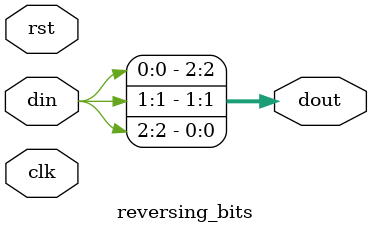
<source format=sv>
module reversing_bits #(
	parameter DATA_WIDTH=3
) 
(
  input clk,
  input rst,
  input  [DATA_WIDTH-1:0]       din,
  output logic [DATA_WIDTH-1:0] dout
);

genvar i;
generate;
	for (i=0; i<DATA_WIDTH; i++) begin
		assign dout[i] = din[DATA_WIDTH-i-1];
	end
endgenerate

endmodule
</source>
